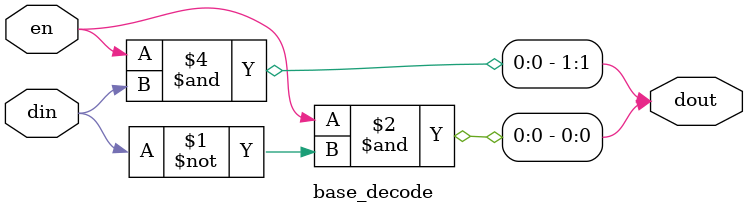
<source format=v>
module base_decode#
  (
   parameter enc_width=1,
   parameter dec_width = 2 ** enc_width
   )
  (
   input en,
   input [0:enc_width-1] din,
   output [0:dec_width-1] dout
   );
   
   genvar 		  i;
   generate
      for(i=0; i<dec_width; i=i+1) begin : Gen
	 assign dout[i] = en & (din == i);
      end
   endgenerate
endmodule // gx_decode


</source>
